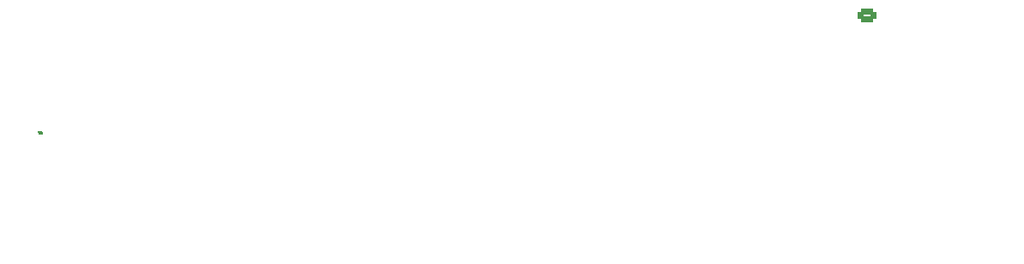
<source format=gbr>
%TF.GenerationSoftware,KiCad,Pcbnew,7.0.9*%
%TF.CreationDate,2023-12-20T17:27:25-07:00*%
%TF.ProjectId,nes_controller_pcb,6e65735f-636f-46e7-9472-6f6c6c65725f,4a*%
%TF.SameCoordinates,Original*%
%TF.FileFunction,Legend,Top*%
%TF.FilePolarity,Positive*%
%FSLAX46Y46*%
G04 Gerber Fmt 4.6, Leading zero omitted, Abs format (unit mm)*
G04 Created by KiCad (PCBNEW 7.0.9) date 2023-12-20 17:27:25*
%MOMM*%
%LPD*%
G01*
G04 APERTURE LIST*
G04 Aperture macros list*
%AMRoundRect*
0 Rectangle with rounded corners*
0 $1 Rounding radius*
0 $2 $3 $4 $5 $6 $7 $8 $9 X,Y pos of 4 corners*
0 Add a 4 corners polygon primitive as box body*
4,1,4,$2,$3,$4,$5,$6,$7,$8,$9,$2,$3,0*
0 Add four circle primitives for the rounded corners*
1,1,$1+$1,$2,$3*
1,1,$1+$1,$4,$5*
1,1,$1+$1,$6,$7*
1,1,$1+$1,$8,$9*
0 Add four rect primitives between the rounded corners*
20,1,$1+$1,$2,$3,$4,$5,0*
20,1,$1+$1,$4,$5,$6,$7,0*
20,1,$1+$1,$6,$7,$8,$9,0*
20,1,$1+$1,$8,$9,$2,$3,0*%
%AMFreePoly0*
4,1,142,1.313367,2.648542,1.321935,2.645906,1.330902,2.645906,1.360764,2.636202,1.366113,2.632314,1.372436,2.630370,1.398126,2.612315,1.403507,2.605146,1.410760,2.599878,1.429217,2.574474,1.431260,2.568181,1.435231,2.562895,1.445403,2.533187,1.445543,2.524222,1.448313,2.515699,1.450800,2.500000,1.450800,-2.500000,1.448313,-2.515699,1.445543,-2.524222,1.445403,-2.533187,
1.435231,-2.562895,1.431260,-2.568181,1.429217,-2.574474,1.410760,-2.599878,1.403507,-2.605146,1.398126,-2.612315,1.372436,-2.630370,1.366113,-2.632314,1.360764,-2.636202,1.330902,-2.645906,1.321935,-2.645906,1.313367,-2.648542,1.297633,-2.650782,1.140502,-2.648315,1.132289,-2.646881,1.123969,-2.647143,0.812184,-2.607756,0.803050,-2.605102,0.793582,-2.604208,0.489192,-2.526054,
0.480466,-2.522278,0.471181,-2.520203,0.178986,-2.404515,0.170798,-2.399672,0.161850,-2.396451,-0.113539,-2.245054,-0.121053,-2.239224,-0.129529,-2.234906,-0.383773,-2.050187,-0.390501,-2.043458,-0.398364,-2.038116,-0.627453,-1.822989,-0.633284,-1.815470,-0.640417,-1.809183,-0.771443,-1.650800,-2.400000,-1.650800,-2.401553,-1.650553,-2.403114,-1.650768,-2.527194,-1.648206,-2.537963,-1.646271,
-2.548901,-1.646181,-2.793679,-1.605335,-2.805516,-1.601379,-2.817824,-1.599222,-3.052541,-1.518644,-3.063573,-1.512789,-3.075349,-1.508638,-3.293601,-1.390526,-3.303516,-1.382939,-3.314451,-1.376904,-3.510286,-1.224479,-3.518813,-1.215367,-3.528610,-1.207612,-3.696686,-1.025032,-3.703600,-1.014637,-3.711984,-1.005378,-3.847716,-0.797625,-3.852828,-0.786226,-3.859569,-0.775721,-3.959255,-0.548460,
-3.962418,-0.536385,-3.967343,-0.524904,-4.028263,-0.284334,-4.029396,-0.271894,-4.032361,-0.259769,-4.052855,-0.012453,-4.051926,0.000000,-4.052855,0.012453,-4.032361,0.259769,-4.029396,0.271894,-4.028263,0.284334,-3.967343,0.524904,-3.962418,0.536385,-3.959255,0.548460,-3.859569,0.775721,-3.852828,0.786226,-3.847716,0.797625,-3.711984,1.005378,-3.703600,1.014637,-3.696686,1.025032,
-3.528610,1.207612,-3.518813,1.215367,-3.510286,1.224479,-3.314451,1.376904,-3.303516,1.382939,-3.293601,1.390526,-3.075349,1.508638,-3.063573,1.512789,-3.052541,1.518644,-2.817824,1.599222,-2.805516,1.601379,-2.793679,1.605335,-2.548901,1.646181,-2.537963,1.646271,-2.527194,1.648206,-2.403114,1.650768,-2.401553,1.650553,-2.400000,1.650800,-0.771443,1.650800,-0.640417,1.809183,
-0.633284,1.815470,-0.627453,1.822989,-0.398364,2.038116,-0.390501,2.043458,-0.383773,2.050187,-0.129529,2.234906,-0.121053,2.239224,-0.113539,2.245054,0.161850,2.396451,0.170798,2.399672,0.178986,2.404515,0.471181,2.520203,0.480466,2.522278,0.489192,2.526054,0.793582,2.604208,0.803050,2.605102,0.812184,2.607756,1.123969,2.647143,1.132289,2.646881,1.140502,2.648315,
1.297633,2.650782,1.313367,2.648542,1.313367,2.648542,$1*%
%AMFreePoly1*
4,1,142,-1.140503,2.648315,-1.132291,2.646881,-1.123969,2.647143,-0.812184,2.607756,-0.803050,2.605102,-0.793582,2.604208,-0.489192,2.526054,-0.480466,2.522278,-0.471181,2.520203,-0.178985,2.404515,-0.170795,2.399671,-0.161851,2.396451,0.113539,2.245054,0.121053,2.239225,0.129530,2.234907,0.383773,2.050187,0.390497,2.043461,0.398365,2.038116,0.627453,1.822989,0.633286,1.815467,
0.640416,1.809183,0.771442,1.650800,2.400000,1.650800,2.401553,1.650553,2.403113,1.650768,2.527194,1.648206,2.537963,1.646271,2.548901,1.646181,2.793680,1.605335,2.805518,1.601379,2.817824,1.599222,3.052541,1.518644,3.063573,1.512789,3.075349,1.508638,3.293601,1.390526,3.303516,1.382939,3.314451,1.376904,3.510287,1.224479,3.518822,1.215359,3.528610,1.207611,
3.696687,1.025032,3.703604,1.014632,3.711984,1.005378,3.847715,0.797625,3.852824,0.786232,3.859569,0.775721,3.959255,0.548460,3.962419,0.536380,3.967343,0.524903,4.028263,0.284334,4.029396,0.271894,4.032361,0.259768,4.052855,0.012453,4.051926,0.000000,4.052855,-0.012453,4.032361,-0.259768,4.029396,-0.271894,4.028263,-0.284334,3.967343,-0.524903,3.962419,-0.536380,
3.959255,-0.548460,3.859569,-0.775721,3.852824,-0.786232,3.847715,-0.797625,3.711984,-1.005378,3.703604,-1.014632,3.696687,-1.025032,3.528610,-1.207611,3.518822,-1.215359,3.510287,-1.224479,3.314451,-1.376904,3.303516,-1.382939,3.293601,-1.390526,3.075349,-1.508638,3.063573,-1.512789,3.052541,-1.518644,2.817824,-1.599222,2.805518,-1.601379,2.793680,-1.605335,2.548901,-1.646181,
2.537963,-1.646271,2.527194,-1.648206,2.403113,-1.650768,2.401553,-1.650553,2.400000,-1.650800,0.771442,-1.650800,0.640416,-1.809183,0.633286,-1.815467,0.627453,-1.822989,0.398365,-2.038116,0.390497,-2.043461,0.383773,-2.050187,0.129530,-2.234907,0.121053,-2.239225,0.113539,-2.245054,-0.161851,-2.396451,-0.170795,-2.399671,-0.178985,-2.404515,-0.471181,-2.520203,-0.480466,-2.522278,
-0.489192,-2.526054,-0.793582,-2.604208,-0.803050,-2.605102,-0.812184,-2.607756,-1.123969,-2.647143,-1.132291,-2.646881,-1.140503,-2.648315,-1.297633,-2.650782,-1.313367,-2.648542,-1.321935,-2.645906,-1.330902,-2.645906,-1.360762,-2.636204,-1.366115,-2.632314,-1.372439,-2.630369,-1.398128,-2.612314,-1.403509,-2.605145,-1.410760,-2.599878,-1.429216,-2.574475,-1.431260,-2.568182,-1.435232,-2.562893,
-1.445403,-2.533187,-1.445543,-2.524222,-1.448313,-2.515699,-1.450800,-2.500000,-1.450800,2.500000,-1.448313,2.515699,-1.445543,2.524222,-1.445403,2.533187,-1.435232,2.562893,-1.431260,2.568182,-1.429216,2.574475,-1.410760,2.599878,-1.403509,2.605145,-1.398128,2.612314,-1.372439,2.630369,-1.366115,2.632314,-1.360762,2.636204,-1.330902,2.645906,-1.321935,2.645906,-1.313367,2.648542,
-1.297633,2.650782,-1.140503,2.648315,-1.140503,2.648315,$1*%
G04 Aperture macros list end*
%ADD10C,0.300000*%
%ADD11C,0.150000*%
%ADD12C,0.010000*%
%ADD13FreePoly0,0.000000*%
%ADD14FreePoly1,0.000000*%
%ADD15RoundRect,0.050800X0.146720X0.153210X-0.153210X0.146720X-0.146720X-0.153210X0.153210X-0.146720X0*%
%ADD16RoundRect,0.050800X0.163088X0.135655X-0.135655X0.163088X-0.163088X-0.135655X0.135655X-0.163088X0*%
%ADD17RoundRect,0.050800X0.128473X0.168803X-0.168803X0.128473X-0.128473X-0.168803X0.168803X-0.128473X0*%
%ADD18RoundRect,0.050800X0.177369X0.116363X-0.116363X0.177369X-0.177369X-0.116363X0.116363X-0.177369X0*%
%ADD19RoundRect,0.050800X0.108582X0.182236X-0.182236X0.108582X-0.108582X-0.182236X0.182236X-0.108582X0*%
%ADD20RoundRect,0.050800X0.189378X0.095582X-0.095582X0.189378X-0.189378X-0.095582X0.095582X-0.189378X0*%
%ADD21RoundRect,0.050800X0.087300X0.193336X-0.193336X0.087300X-0.087300X-0.193336X0.193336X-0.087300X0*%
%ADD22RoundRect,0.050800X0.198964X0.073576X-0.073576X0.198964X-0.198964X-0.073576X0.073576X-0.198964X0*%
%ADD23RoundRect,0.050800X0.064901X0.201960X-0.201960X0.064901X-0.064901X-0.201960X0.201960X-0.064901X0*%
%ADD24RoundRect,0.050800X0.206002X0.050629X-0.050629X0.206002X-0.206002X-0.050629X0.050629X-0.206002X0*%
%ADD25RoundRect,0.050800X0.041671X0.207999X-0.207999X0.041671X-0.041671X-0.207999X0.207999X-0.041671X0*%
%ADD26RoundRect,0.050800X0.210402X0.027034X-0.027034X0.210402X-0.210402X-0.027034X0.027034X-0.210402X0*%
%ADD27RoundRect,0.050800X0.017908X0.211375X-0.211375X0.017908X-0.017908X-0.211375X0.211375X-0.017908X0*%
%ADD28RoundRect,0.050800X0.212109X0.003093X-0.003093X0.212109X-0.212109X-0.003093X0.003093X-0.212109X0*%
%ADD29RoundRect,0.050800X-0.006085X0.212045X-0.212045X-0.006085X0.006085X-0.212045X0.212045X0.006085X0*%
%ADD30RoundRect,0.050800X0.211101X-0.020888X0.020888X0.211101X-0.211101X0.020888X-0.020888X-0.211101X0*%
%ADD31RoundRect,0.050800X-0.030000X0.210000X-0.210000X-0.030000X0.030000X-0.210000X0.210000X0.030000X0*%
%ADD32RoundRect,0.050800X0.207390X-0.044602X0.044602X0.207390X-0.207390X0.044602X-0.044602X-0.207390X0*%
%ADD33RoundRect,0.050800X0.203246X-0.060754X0.060754X0.203246X-0.203246X0.060754X-0.060754X-0.203246X0*%
%ADD34O,1.289034X0.401600*%
%ADD35O,3.479009X0.401600*%
%ADD36O,4.069223X0.401600*%
%ADD37O,4.608059X0.401600*%
%ADD38O,4.535632X0.401600*%
%ADD39O,4.270727X0.401600*%
%ADD40O,3.039444X0.401600*%
%ADD41O,1.601600X0.401600*%
%ADD42RoundRect,0.050800X0.060754X-0.203246X0.203246X0.060754X-0.060754X0.203246X-0.203246X-0.060754X0*%
%ADD43RoundRect,0.050800X0.037405X-0.208808X0.208808X0.037405X-0.037405X0.208808X-0.208808X-0.037405X0*%
%ADD44RoundRect,0.050800X-0.210000X0.030000X-0.030000X-0.210000X0.210000X-0.030000X0.030000X0.210000X0*%
%ADD45RoundRect,0.050800X0.013578X-0.211697X0.211697X0.013578X-0.013578X0.211697X-0.211697X-0.013578X0*%
%ADD46RoundRect,0.050800X-0.211708X0.013412X-0.013412X-0.211708X0.211708X-0.013412X0.013412X0.211708X0*%
%ADD47RoundRect,0.050800X-0.010424X-0.211876X0.211876X-0.010424X0.010424X0.211876X-0.211876X0.010424X0*%
%ADD48RoundRect,0.050800X-0.211868X-0.010589X0.010589X-0.211868X0.211868X0.010589X-0.010589X0.211868X0*%
%ADD49RoundRect,0.050800X-0.034292X-0.209342X0.209342X-0.034292X0.034292X0.209342X-0.209342X0.034292X0*%
%ADD50RoundRect,0.050800X-0.209315X-0.034455X0.034455X-0.209315X0.209315X0.034455X-0.034455X0.209315X0*%
%ADD51RoundRect,0.050800X-0.057721X-0.204128X0.204128X-0.057721X0.057721X0.204128X-0.204128X0.057721X0*%
%ADD52RoundRect,0.050800X-0.204083X-0.057880X0.057880X-0.204083X0.204083X0.057880X-0.057880X0.204083X0*%
%ADD53RoundRect,0.050800X-0.080411X-0.196301X0.196301X-0.080411X0.080411X0.196301X-0.196301X0.080411X0*%
%ADD54RoundRect,0.050800X-0.196238X-0.080564X0.080564X-0.196238X0.196238X0.080564X-0.080564X0.196238X0*%
%ADD55RoundRect,0.050800X-0.102072X-0.185961X0.185961X-0.102072X0.102072X0.185961X-0.185961X0.102072X0*%
%ADD56RoundRect,0.050800X-0.185881X-0.102217X0.102217X-0.185881X0.185881X0.102217X-0.102217X0.185881X0*%
%ADD57RoundRect,0.050800X-0.122425X-0.173240X0.173240X-0.122425X0.122425X0.173240X-0.173240X0.122425X0*%
%ADD58RoundRect,0.050800X-0.173144X-0.122561X0.122561X-0.173144X0.173144X0.122561X-0.122561X0.173144X0*%
%ADD59RoundRect,0.050800X-0.141212X-0.158301X0.158301X-0.141212X0.141212X0.158301X-0.158301X0.141212X0*%
%ADD60RoundRect,0.050800X-0.158191X-0.141336X0.141336X-0.158191X0.158191X0.141336X-0.141336X0.158191X0*%
%ADD61FreePoly0,90.000000*%
%ADD62FreePoly1,90.000000*%
%ADD63RoundRect,0.300800X0.625000X-0.350000X0.625000X0.350000X-0.625000X0.350000X-0.625000X-0.350000X0*%
%ADD64O,1.851600X1.301600*%
G04 APERTURE END LIST*
D10*
%TO.C,SW4*%
X160000000Y-129100000D02*
X160000000Y-135900000D01*
%TO.C,SW5*%
X144000000Y-129100000D02*
X144000000Y-135900000D01*
%TO.C,SW3*%
X116375000Y-114225000D02*
X116375000Y-121025000D01*
D11*
%TO.C,SW11*%
X200300000Y-132500000D02*
G75*
G03*
X200300000Y-132500000I-2800000J0D01*
G01*
D10*
%TO.C,SW2*%
X116375000Y-131975000D02*
X116375000Y-138775000D01*
%TO.C,SW1*%
X104225000Y-126625000D02*
X111025000Y-126625000D01*
D11*
%TO.C,SW7*%
X184550000Y-132500000D02*
G75*
G03*
X184550000Y-132500000I-2800000J0D01*
G01*
D10*
%TO.C,SW0*%
X121975000Y-126625000D02*
X128775000Y-126625000D01*
%TD*%
%LPC*%
%TO.C,Ref\u002A\u002A*%
D12*
X195313155Y-109659981D02*
X195349383Y-109688304D01*
X195368446Y-109714893D01*
X195407247Y-109773922D01*
X195463497Y-109861684D01*
X195534905Y-109974468D01*
X195619181Y-110108566D01*
X195714036Y-110260267D01*
X195817180Y-110425863D01*
X195926322Y-110601644D01*
X196039174Y-110783900D01*
X196153444Y-110968923D01*
X196266843Y-111153003D01*
X196377082Y-111332431D01*
X196481869Y-111503497D01*
X196578916Y-111662492D01*
X196665932Y-111805707D01*
X196740628Y-111929432D01*
X196800713Y-112029958D01*
X196843897Y-112103575D01*
X196867891Y-112146575D01*
X196871262Y-112153541D01*
X196894206Y-112214940D01*
X196896075Y-112254835D01*
X196875492Y-112289193D01*
X196857960Y-112307679D01*
X196849144Y-112315634D01*
X196837779Y-112322523D01*
X196820952Y-112328421D01*
X196795749Y-112333404D01*
X196759256Y-112337546D01*
X196708561Y-112340924D01*
X196640748Y-112343612D01*
X196552906Y-112345686D01*
X196442120Y-112347221D01*
X196305477Y-112348292D01*
X196140063Y-112348974D01*
X195942964Y-112349343D01*
X195711268Y-112349474D01*
X195442061Y-112349442D01*
X195244002Y-112349369D01*
X194907735Y-112348936D01*
X194609543Y-112347933D01*
X194349980Y-112346367D01*
X194129598Y-112344246D01*
X193948952Y-112341579D01*
X193808596Y-112338371D01*
X193709083Y-112334632D01*
X193650967Y-112330369D01*
X193635335Y-112327150D01*
X193605534Y-112285628D01*
X193598294Y-112229561D01*
X193601507Y-112208915D01*
X193612112Y-112178398D01*
X193631558Y-112135506D01*
X193661291Y-112077738D01*
X193702761Y-112002591D01*
X193757415Y-111907563D01*
X193826701Y-111790152D01*
X193912067Y-111647854D01*
X194014960Y-111478168D01*
X194136830Y-111278591D01*
X194279124Y-111046622D01*
X194341756Y-110944738D01*
X194469181Y-110737892D01*
X194590988Y-110540815D01*
X194705228Y-110356616D01*
X194809955Y-110188407D01*
X194903221Y-110039297D01*
X194983077Y-109912396D01*
X195047576Y-109810815D01*
X195094770Y-109737664D01*
X195122711Y-109696053D01*
X195128613Y-109688304D01*
X195192452Y-109647839D01*
X195238710Y-109640679D01*
X195313155Y-109659981D01*
G36*
X195313155Y-109659981D02*
G01*
X195349383Y-109688304D01*
X195368446Y-109714893D01*
X195407247Y-109773922D01*
X195463497Y-109861684D01*
X195534905Y-109974468D01*
X195619181Y-110108566D01*
X195714036Y-110260267D01*
X195817180Y-110425863D01*
X195926322Y-110601644D01*
X196039174Y-110783900D01*
X196153444Y-110968923D01*
X196266843Y-111153003D01*
X196377082Y-111332431D01*
X196481869Y-111503497D01*
X196578916Y-111662492D01*
X196665932Y-111805707D01*
X196740628Y-111929432D01*
X196800713Y-112029958D01*
X196843897Y-112103575D01*
X196867891Y-112146575D01*
X196871262Y-112153541D01*
X196894206Y-112214940D01*
X196896075Y-112254835D01*
X196875492Y-112289193D01*
X196857960Y-112307679D01*
X196849144Y-112315634D01*
X196837779Y-112322523D01*
X196820952Y-112328421D01*
X196795749Y-112333404D01*
X196759256Y-112337546D01*
X196708561Y-112340924D01*
X196640748Y-112343612D01*
X196552906Y-112345686D01*
X196442120Y-112347221D01*
X196305477Y-112348292D01*
X196140063Y-112348974D01*
X195942964Y-112349343D01*
X195711268Y-112349474D01*
X195442061Y-112349442D01*
X195244002Y-112349369D01*
X194907735Y-112348936D01*
X194609543Y-112347933D01*
X194349980Y-112346367D01*
X194129598Y-112344246D01*
X193948952Y-112341579D01*
X193808596Y-112338371D01*
X193709083Y-112334632D01*
X193650967Y-112330369D01*
X193635335Y-112327150D01*
X193605534Y-112285628D01*
X193598294Y-112229561D01*
X193601507Y-112208915D01*
X193612112Y-112178398D01*
X193631558Y-112135506D01*
X193661291Y-112077738D01*
X193702761Y-112002591D01*
X193757415Y-111907563D01*
X193826701Y-111790152D01*
X193912067Y-111647854D01*
X194014960Y-111478168D01*
X194136830Y-111278591D01*
X194279124Y-111046622D01*
X194341756Y-110944738D01*
X194469181Y-110737892D01*
X194590988Y-110540815D01*
X194705228Y-110356616D01*
X194809955Y-110188407D01*
X194903221Y-110039297D01*
X194983077Y-109912396D01*
X195047576Y-109810815D01*
X195094770Y-109737664D01*
X195122711Y-109696053D01*
X195128613Y-109688304D01*
X195192452Y-109647839D01*
X195238710Y-109640679D01*
X195313155Y-109659981D01*
G37*
X202880939Y-109661682D02*
X202905511Y-109681683D01*
X202923552Y-109707091D01*
X202961552Y-109765117D01*
X203017332Y-109852296D01*
X203088714Y-109965163D01*
X203173518Y-110100252D01*
X203269566Y-110254098D01*
X203374679Y-110423237D01*
X203486678Y-110604201D01*
X203546627Y-110701357D01*
X203710669Y-110967553D01*
X203853855Y-111200094D01*
X203977589Y-111401334D01*
X204083276Y-111573625D01*
X204172321Y-111719322D01*
X204246129Y-111840776D01*
X204306104Y-111940342D01*
X204353651Y-112020373D01*
X204390175Y-112083222D01*
X204417080Y-112131241D01*
X204435771Y-112166785D01*
X204447653Y-112192206D01*
X204454130Y-112209858D01*
X204456608Y-112222093D01*
X204456794Y-112226090D01*
X204442531Y-112269675D01*
X204414460Y-112307679D01*
X204405648Y-112315625D01*
X204394277Y-112322510D01*
X204377438Y-112328408D01*
X204352221Y-112333397D01*
X204315715Y-112337552D01*
X204265011Y-112340950D01*
X204197199Y-112343667D01*
X204109369Y-112345778D01*
X203998612Y-112347361D01*
X203862017Y-112348490D01*
X203696675Y-112349243D01*
X203499676Y-112349696D01*
X203268109Y-112349924D01*
X202999066Y-112350004D01*
X202796722Y-112350013D01*
X202498276Y-112349940D01*
X202239335Y-112349685D01*
X202017071Y-112349188D01*
X201828656Y-112348391D01*
X201671262Y-112347236D01*
X201542060Y-112345663D01*
X201438223Y-112343615D01*
X201356923Y-112341033D01*
X201295331Y-112337858D01*
X201250620Y-112334032D01*
X201219961Y-112329497D01*
X201200527Y-112324194D01*
X201189488Y-112318064D01*
X201188055Y-112316751D01*
X201173044Y-112300047D01*
X201162464Y-112281742D01*
X201157672Y-112259219D01*
X201160024Y-112229861D01*
X201170877Y-112191052D01*
X201191587Y-112140175D01*
X201223512Y-112074615D01*
X201268006Y-111991754D01*
X201326429Y-111888976D01*
X201400134Y-111763665D01*
X201490481Y-111613204D01*
X201598824Y-111434978D01*
X201726520Y-111226368D01*
X201874926Y-110984759D01*
X201898785Y-110945953D01*
X202026231Y-110738999D01*
X202148046Y-110541814D01*
X202262285Y-110357506D01*
X202367003Y-110189184D01*
X202460254Y-110039956D01*
X202540095Y-109912932D01*
X202604580Y-109811220D01*
X202651765Y-109737928D01*
X202679703Y-109696166D01*
X202685641Y-109688304D01*
X202744343Y-109650310D01*
X202815063Y-109641267D01*
X202880939Y-109661682D01*
G36*
X202880939Y-109661682D02*
G01*
X202905511Y-109681683D01*
X202923552Y-109707091D01*
X202961552Y-109765117D01*
X203017332Y-109852296D01*
X203088714Y-109965163D01*
X203173518Y-110100252D01*
X203269566Y-110254098D01*
X203374679Y-110423237D01*
X203486678Y-110604201D01*
X203546627Y-110701357D01*
X203710669Y-110967553D01*
X203853855Y-111200094D01*
X203977589Y-111401334D01*
X204083276Y-111573625D01*
X204172321Y-111719322D01*
X204246129Y-111840776D01*
X204306104Y-111940342D01*
X204353651Y-112020373D01*
X204390175Y-112083222D01*
X204417080Y-112131241D01*
X204435771Y-112166785D01*
X204447653Y-112192206D01*
X204454130Y-112209858D01*
X204456608Y-112222093D01*
X204456794Y-112226090D01*
X204442531Y-112269675D01*
X204414460Y-112307679D01*
X204405648Y-112315625D01*
X204394277Y-112322510D01*
X204377438Y-112328408D01*
X204352221Y-112333397D01*
X204315715Y-112337552D01*
X204265011Y-112340950D01*
X204197199Y-112343667D01*
X204109369Y-112345778D01*
X203998612Y-112347361D01*
X203862017Y-112348490D01*
X203696675Y-112349243D01*
X203499676Y-112349696D01*
X203268109Y-112349924D01*
X202999066Y-112350004D01*
X202796722Y-112350013D01*
X202498276Y-112349940D01*
X202239335Y-112349685D01*
X202017071Y-112349188D01*
X201828656Y-112348391D01*
X201671262Y-112347236D01*
X201542060Y-112345663D01*
X201438223Y-112343615D01*
X201356923Y-112341033D01*
X201295331Y-112337858D01*
X201250620Y-112334032D01*
X201219961Y-112329497D01*
X201200527Y-112324194D01*
X201189488Y-112318064D01*
X201188055Y-112316751D01*
X201173044Y-112300047D01*
X201162464Y-112281742D01*
X201157672Y-112259219D01*
X201160024Y-112229861D01*
X201170877Y-112191052D01*
X201191587Y-112140175D01*
X201223512Y-112074615D01*
X201268006Y-111991754D01*
X201326429Y-111888976D01*
X201400134Y-111763665D01*
X201490481Y-111613204D01*
X201598824Y-111434978D01*
X201726520Y-111226368D01*
X201874926Y-110984759D01*
X201898785Y-110945953D01*
X202026231Y-110738999D01*
X202148046Y-110541814D01*
X202262285Y-110357506D01*
X202367003Y-110189184D01*
X202460254Y-110039956D01*
X202540095Y-109912932D01*
X202604580Y-109811220D01*
X202651765Y-109737928D01*
X202679703Y-109696166D01*
X202685641Y-109688304D01*
X202744343Y-109650310D01*
X202815063Y-109641267D01*
X202880939Y-109661682D01*
G37*
X201049266Y-107280965D02*
X201152002Y-107282541D01*
X201226763Y-107286028D01*
X201280727Y-107292131D01*
X201321070Y-107301554D01*
X201354970Y-107315000D01*
X201377044Y-107326282D01*
X201444444Y-107369867D01*
X201505320Y-107420604D01*
X201516503Y-107432116D01*
X201538912Y-107462481D01*
X201580814Y-107524969D01*
X201639656Y-107615564D01*
X201712884Y-107730249D01*
X201797943Y-107865008D01*
X201892282Y-108015824D01*
X201993345Y-108178683D01*
X202061919Y-108289888D01*
X202191947Y-108502235D01*
X202300325Y-108681419D01*
X202388404Y-108829813D01*
X202457535Y-108949792D01*
X202509070Y-109043732D01*
X202544360Y-109114007D01*
X202564756Y-109162993D01*
X202570547Y-109183883D01*
X202578097Y-109309229D01*
X202556840Y-109429731D01*
X202531021Y-109492513D01*
X202505531Y-109537432D01*
X202461174Y-109612298D01*
X202400205Y-109713484D01*
X202324876Y-109837362D01*
X202237441Y-109980304D01*
X202140154Y-110138681D01*
X202035268Y-110308866D01*
X201925036Y-110487231D01*
X201811712Y-110670147D01*
X201697549Y-110853987D01*
X201584801Y-111035122D01*
X201475722Y-111209925D01*
X201372564Y-111374768D01*
X201277581Y-111526022D01*
X201193027Y-111660060D01*
X201121156Y-111773254D01*
X201064220Y-111861976D01*
X201024473Y-111922597D01*
X201004169Y-111951489D01*
X201002643Y-111953138D01*
X200936108Y-111986340D01*
X200865570Y-111978946D01*
X200809111Y-111942554D01*
X200788334Y-111915602D01*
X200747984Y-111856054D01*
X200690318Y-111767584D01*
X200617594Y-111653866D01*
X200532069Y-111518575D01*
X200436001Y-111365386D01*
X200331646Y-111197972D01*
X200221263Y-111020008D01*
X200107108Y-110835168D01*
X199991439Y-110647126D01*
X199876513Y-110459558D01*
X199764589Y-110276136D01*
X199657922Y-110100536D01*
X199558771Y-109936432D01*
X199469393Y-109787497D01*
X199392045Y-109657407D01*
X199328985Y-109549836D01*
X199282470Y-109468458D01*
X199254758Y-109416947D01*
X199247977Y-109401513D01*
X199230682Y-109268652D01*
X199255649Y-109136728D01*
X199257082Y-109132679D01*
X199274576Y-109097006D01*
X199311821Y-109030214D01*
X199365949Y-108936965D01*
X199434092Y-108821925D01*
X199513384Y-108689757D01*
X199600956Y-108545127D01*
X199693941Y-108392698D01*
X199789471Y-108237135D01*
X199884678Y-108083101D01*
X199976696Y-107935262D01*
X200062657Y-107798281D01*
X200139692Y-107676823D01*
X200204935Y-107575552D01*
X200255517Y-107499133D01*
X200288572Y-107452229D01*
X200295539Y-107443569D01*
X200355618Y-107387399D01*
X200427312Y-107336341D01*
X200443706Y-107326974D01*
X200477845Y-107310286D01*
X200513306Y-107298144D01*
X200557299Y-107289835D01*
X200617037Y-107284643D01*
X200699728Y-107281852D01*
X200812584Y-107280748D01*
X200911377Y-107280596D01*
X201049266Y-107280965D01*
G36*
X201049266Y-107280965D02*
G01*
X201152002Y-107282541D01*
X201226763Y-107286028D01*
X201280727Y-107292131D01*
X201321070Y-107301554D01*
X201354970Y-107315000D01*
X201377044Y-107326282D01*
X201444444Y-107369867D01*
X201505320Y-107420604D01*
X201516503Y-107432116D01*
X201538912Y-107462481D01*
X201580814Y-107524969D01*
X201639656Y-107615564D01*
X201712884Y-107730249D01*
X201797943Y-107865008D01*
X201892282Y-108015824D01*
X201993345Y-108178683D01*
X202061919Y-108289888D01*
X202191947Y-108502235D01*
X202300325Y-108681419D01*
X202388404Y-108829813D01*
X202457535Y-108949792D01*
X202509070Y-109043732D01*
X202544360Y-109114007D01*
X202564756Y-109162993D01*
X202570547Y-109183883D01*
X202578097Y-109309229D01*
X202556840Y-109429731D01*
X202531021Y-109492513D01*
X202505531Y-109537432D01*
X202461174Y-109612298D01*
X202400205Y-109713484D01*
X202324876Y-109837362D01*
X202237441Y-109980304D01*
X202140154Y-110138681D01*
X202035268Y-110308866D01*
X201925036Y-110487231D01*
X201811712Y-110670147D01*
X201697549Y-110853987D01*
X201584801Y-111035122D01*
X201475722Y-111209925D01*
X201372564Y-111374768D01*
X201277581Y-111526022D01*
X201193027Y-111660060D01*
X201121156Y-111773254D01*
X201064220Y-111861976D01*
X201024473Y-111922597D01*
X201004169Y-111951489D01*
X201002643Y-111953138D01*
X200936108Y-111986340D01*
X200865570Y-111978946D01*
X200809111Y-111942554D01*
X200788334Y-111915602D01*
X200747984Y-111856054D01*
X200690318Y-111767584D01*
X200617594Y-111653866D01*
X200532069Y-111518575D01*
X200436001Y-111365386D01*
X200331646Y-111197972D01*
X200221263Y-111020008D01*
X200107108Y-110835168D01*
X199991439Y-110647126D01*
X199876513Y-110459558D01*
X199764589Y-110276136D01*
X199657922Y-110100536D01*
X199558771Y-109936432D01*
X199469393Y-109787497D01*
X199392045Y-109657407D01*
X199328985Y-109549836D01*
X199282470Y-109468458D01*
X199254758Y-109416947D01*
X199247977Y-109401513D01*
X199230682Y-109268652D01*
X199255649Y-109136728D01*
X199257082Y-109132679D01*
X199274576Y-109097006D01*
X199311821Y-109030214D01*
X199365949Y-108936965D01*
X199434092Y-108821925D01*
X199513384Y-108689757D01*
X199600956Y-108545127D01*
X199693941Y-108392698D01*
X199789471Y-108237135D01*
X199884678Y-108083101D01*
X199976696Y-107935262D01*
X200062657Y-107798281D01*
X200139692Y-107676823D01*
X200204935Y-107575552D01*
X200255517Y-107499133D01*
X200288572Y-107452229D01*
X200295539Y-107443569D01*
X200355618Y-107387399D01*
X200427312Y-107336341D01*
X200443706Y-107326974D01*
X200477845Y-107310286D01*
X200513306Y-107298144D01*
X200557299Y-107289835D01*
X200617037Y-107284643D01*
X200699728Y-107281852D01*
X200812584Y-107280748D01*
X200911377Y-107280596D01*
X201049266Y-107280965D01*
G37*
X197339083Y-107271332D02*
X197423339Y-107276608D01*
X197496742Y-107289042D01*
X197562626Y-107311460D01*
X197624325Y-107346689D01*
X197685173Y-107397557D01*
X197748503Y-107466889D01*
X197817650Y-107557514D01*
X197895947Y-107672258D01*
X197986727Y-107813949D01*
X198093326Y-107985413D01*
X198219077Y-108189477D01*
X198231342Y-108209367D01*
X198508478Y-108658737D01*
X198764186Y-109073482D01*
X198999301Y-109454983D01*
X199214662Y-109804620D01*
X199411106Y-110123772D01*
X199589471Y-110413819D01*
X199750593Y-110676142D01*
X199895311Y-110912120D01*
X200024462Y-111123133D01*
X200138883Y-111310561D01*
X200239412Y-111475785D01*
X200326886Y-111620183D01*
X200402143Y-111745137D01*
X200466020Y-111852025D01*
X200519354Y-111942228D01*
X200562983Y-112017126D01*
X200597744Y-112078099D01*
X200624475Y-112126526D01*
X200644014Y-112163788D01*
X200657197Y-112191264D01*
X200664862Y-112210335D01*
X200667847Y-112222380D01*
X200667960Y-112224433D01*
X200668248Y-112247443D01*
X200667274Y-112267459D01*
X200662286Y-112284690D01*
X200650529Y-112299342D01*
X200629250Y-112311622D01*
X200595695Y-112321739D01*
X200547111Y-112329900D01*
X200480742Y-112336312D01*
X200393836Y-112341183D01*
X200283639Y-112344719D01*
X200147397Y-112347129D01*
X199982356Y-112348620D01*
X199785762Y-112349399D01*
X199554862Y-112349673D01*
X199286902Y-112349651D01*
X199006959Y-112349548D01*
X198711875Y-112349433D01*
X198456108Y-112349224D01*
X198236639Y-112348842D01*
X198050451Y-112348207D01*
X197894527Y-112347239D01*
X197765849Y-112345861D01*
X197661400Y-112343991D01*
X197578163Y-112341553D01*
X197513119Y-112338465D01*
X197463253Y-112334648D01*
X197425546Y-112330025D01*
X197396980Y-112324514D01*
X197374539Y-112318038D01*
X197355206Y-112310516D01*
X197344794Y-112305901D01*
X197276687Y-112270121D01*
X197217513Y-112230954D01*
X197201029Y-112217173D01*
X197182328Y-112192138D01*
X197143353Y-112133904D01*
X197085934Y-112045376D01*
X197011903Y-111929458D01*
X196923088Y-111789055D01*
X196821321Y-111627072D01*
X196708433Y-111446415D01*
X196586253Y-111249987D01*
X196456612Y-111040694D01*
X196321340Y-110821441D01*
X196312505Y-110807092D01*
X195472497Y-109442557D01*
X195464522Y-109301418D01*
X195463684Y-109204128D01*
X195475561Y-109132945D01*
X195493771Y-109088271D01*
X195512546Y-109055334D01*
X195551074Y-108990477D01*
X195606864Y-108897801D01*
X195677427Y-108781404D01*
X195760274Y-108645388D01*
X195852915Y-108493851D01*
X195952860Y-108330894D01*
X196016487Y-108227412D01*
X196156825Y-108000790D01*
X196276646Y-107810348D01*
X196376357Y-107655467D01*
X196456369Y-107535530D01*
X196517089Y-107449916D01*
X196558927Y-107398007D01*
X196574093Y-107383558D01*
X196633177Y-107342939D01*
X196693503Y-107313257D01*
X196763114Y-107292868D01*
X196850054Y-107280126D01*
X196962367Y-107273386D01*
X197108095Y-107271003D01*
X197124677Y-107270942D01*
X197240640Y-107270385D01*
X197339083Y-107271332D01*
G36*
X197339083Y-107271332D02*
G01*
X197423339Y-107276608D01*
X197496742Y-107289042D01*
X197562626Y-107311460D01*
X197624325Y-107346689D01*
X197685173Y-107397557D01*
X197748503Y-107466889D01*
X197817650Y-107557514D01*
X197895947Y-107672258D01*
X197986727Y-107813949D01*
X198093326Y-107985413D01*
X198219077Y-108189477D01*
X198231342Y-108209367D01*
X198508478Y-108658737D01*
X198764186Y-109073482D01*
X198999301Y-109454983D01*
X199214662Y-109804620D01*
X199411106Y-110123772D01*
X199589471Y-110413819D01*
X199750593Y-110676142D01*
X199895311Y-110912120D01*
X200024462Y-111123133D01*
X200138883Y-111310561D01*
X200239412Y-111475785D01*
X200326886Y-111620183D01*
X200402143Y-111745137D01*
X200466020Y-111852025D01*
X200519354Y-111942228D01*
X200562983Y-112017126D01*
X200597744Y-112078099D01*
X200624475Y-112126526D01*
X200644014Y-112163788D01*
X200657197Y-112191264D01*
X200664862Y-112210335D01*
X200667847Y-112222380D01*
X200667960Y-112224433D01*
X200668248Y-112247443D01*
X200667274Y-112267459D01*
X200662286Y-112284690D01*
X200650529Y-112299342D01*
X200629250Y-112311622D01*
X200595695Y-112321739D01*
X200547111Y-112329900D01*
X200480742Y-112336312D01*
X200393836Y-112341183D01*
X200283639Y-112344719D01*
X200147397Y-112347129D01*
X199982356Y-112348620D01*
X199785762Y-112349399D01*
X199554862Y-112349673D01*
X199286902Y-112349651D01*
X199006959Y-112349548D01*
X198711875Y-112349433D01*
X198456108Y-112349224D01*
X198236639Y-112348842D01*
X198050451Y-112348207D01*
X197894527Y-112347239D01*
X197765849Y-112345861D01*
X197661400Y-112343991D01*
X197578163Y-112341553D01*
X197513119Y-112338465D01*
X197463253Y-112334648D01*
X197425546Y-112330025D01*
X197396980Y-112324514D01*
X197374539Y-112318038D01*
X197355206Y-112310516D01*
X197344794Y-112305901D01*
X197276687Y-112270121D01*
X197217513Y-112230954D01*
X197201029Y-112217173D01*
X197182328Y-112192138D01*
X197143353Y-112133904D01*
X197085934Y-112045376D01*
X197011903Y-111929458D01*
X196923088Y-111789055D01*
X196821321Y-111627072D01*
X196708433Y-111446415D01*
X196586253Y-111249987D01*
X196456612Y-111040694D01*
X196321340Y-110821441D01*
X196312505Y-110807092D01*
X195472497Y-109442557D01*
X195464522Y-109301418D01*
X195463684Y-109204128D01*
X195475561Y-109132945D01*
X195493771Y-109088271D01*
X195512546Y-109055334D01*
X195551074Y-108990477D01*
X195606864Y-108897801D01*
X195677427Y-108781404D01*
X195760274Y-108645388D01*
X195852915Y-108493851D01*
X195952860Y-108330894D01*
X196016487Y-108227412D01*
X196156825Y-108000790D01*
X196276646Y-107810348D01*
X196376357Y-107655467D01*
X196456369Y-107535530D01*
X196517089Y-107449916D01*
X196558927Y-107398007D01*
X196574093Y-107383558D01*
X196633177Y-107342939D01*
X196693503Y-107313257D01*
X196763114Y-107292868D01*
X196850054Y-107280126D01*
X196962367Y-107273386D01*
X197108095Y-107271003D01*
X197124677Y-107270942D01*
X197240640Y-107270385D01*
X197339083Y-107271332D01*
G37*
X203452316Y-107270013D02*
X203755896Y-107270017D01*
X204020137Y-107270168D01*
X204248034Y-107270667D01*
X204442582Y-107271718D01*
X204606773Y-107273525D01*
X204743605Y-107276291D01*
X204856070Y-107280219D01*
X204947163Y-107285512D01*
X205019879Y-107292374D01*
X205077212Y-107301009D01*
X205122157Y-107311619D01*
X205157708Y-107324408D01*
X205186860Y-107339580D01*
X205212607Y-107357337D01*
X205237943Y-107377884D01*
X205255150Y-107392442D01*
X205276358Y-107419055D01*
X205318726Y-107480545D01*
X205381431Y-107575607D01*
X205463652Y-107702938D01*
X205564570Y-107861233D01*
X205683361Y-108049190D01*
X205819207Y-108265503D01*
X205971285Y-108508869D01*
X206138775Y-108777985D01*
X206320855Y-109071546D01*
X206516704Y-109388249D01*
X206725502Y-109726789D01*
X206744169Y-109757096D01*
X206920513Y-110043497D01*
X207091011Y-110320540D01*
X207254314Y-110586023D01*
X207409069Y-110837743D01*
X207553925Y-111073496D01*
X207687530Y-111291080D01*
X207808533Y-111488293D01*
X207915582Y-111662930D01*
X208007326Y-111812790D01*
X208082413Y-111935669D01*
X208139491Y-112029365D01*
X208177210Y-112091675D01*
X208194218Y-112120396D01*
X208194771Y-112121420D01*
X208221706Y-112203699D01*
X208213944Y-112274394D01*
X208185752Y-112314982D01*
X208175703Y-112321596D01*
X208159283Y-112327327D01*
X208133623Y-112332237D01*
X208095857Y-112336389D01*
X208043117Y-112339844D01*
X207972536Y-112342663D01*
X207881247Y-112344909D01*
X207766383Y-112346644D01*
X207625075Y-112347929D01*
X207454457Y-112348826D01*
X207251662Y-112349398D01*
X207013821Y-112349705D01*
X206738069Y-112349811D01*
X206571793Y-112349806D01*
X204996544Y-112349599D01*
X204890710Y-112299690D01*
X204821456Y-112261642D01*
X204762159Y-112219931D01*
X204740040Y-112199355D01*
X204723585Y-112175385D01*
X204686326Y-112117524D01*
X204629616Y-112027953D01*
X204554811Y-111908851D01*
X204463265Y-111762399D01*
X204356333Y-111590776D01*
X204235369Y-111396162D01*
X204101728Y-111180737D01*
X203956764Y-110946681D01*
X203801833Y-110696175D01*
X203638289Y-110431397D01*
X203467487Y-110154528D01*
X203290781Y-109867748D01*
X203253081Y-109806520D01*
X203029898Y-109443744D01*
X202828351Y-109115563D01*
X202647656Y-108820664D01*
X202487024Y-108557735D01*
X202345671Y-108325463D01*
X202222810Y-108122538D01*
X202117653Y-107947646D01*
X202029416Y-107799475D01*
X201957312Y-107676713D01*
X201900553Y-107578048D01*
X201858355Y-107502168D01*
X201829930Y-107447759D01*
X201814492Y-107413511D01*
X201810960Y-107400012D01*
X201810607Y-107376062D01*
X201811395Y-107355245D01*
X201816092Y-107337343D01*
X201827469Y-107322135D01*
X201848293Y-107309403D01*
X201881335Y-107298927D01*
X201929363Y-107290488D01*
X201995147Y-107283867D01*
X202081455Y-107278844D01*
X202191058Y-107275200D01*
X202326724Y-107272715D01*
X202491222Y-107271171D01*
X202687322Y-107270348D01*
X202917793Y-107270027D01*
X203185403Y-107269988D01*
X203452316Y-107270013D01*
G36*
X203452316Y-107270013D02*
G01*
X203755896Y-107270017D01*
X204020137Y-107270168D01*
X204248034Y-107270667D01*
X204442582Y-107271718D01*
X204606773Y-107273525D01*
X204743605Y-107276291D01*
X204856070Y-107280219D01*
X204947163Y-107285512D01*
X205019879Y-107292374D01*
X205077212Y-107301009D01*
X205122157Y-107311619D01*
X205157708Y-107324408D01*
X205186860Y-107339580D01*
X205212607Y-107357337D01*
X205237943Y-107377884D01*
X205255150Y-107392442D01*
X205276358Y-107419055D01*
X205318726Y-107480545D01*
X205381431Y-107575607D01*
X205463652Y-107702938D01*
X205564570Y-107861233D01*
X205683361Y-108049190D01*
X205819207Y-108265503D01*
X205971285Y-108508869D01*
X206138775Y-108777985D01*
X206320855Y-109071546D01*
X206516704Y-109388249D01*
X206725502Y-109726789D01*
X206744169Y-109757096D01*
X206920513Y-110043497D01*
X207091011Y-110320540D01*
X207254314Y-110586023D01*
X207409069Y-110837743D01*
X207553925Y-111073496D01*
X207687530Y-111291080D01*
X207808533Y-111488293D01*
X207915582Y-111662930D01*
X208007326Y-111812790D01*
X208082413Y-111935669D01*
X208139491Y-112029365D01*
X208177210Y-112091675D01*
X208194218Y-112120396D01*
X208194771Y-112121420D01*
X208221706Y-112203699D01*
X208213944Y-112274394D01*
X208185752Y-112314982D01*
X208175703Y-112321596D01*
X208159283Y-112327327D01*
X208133623Y-112332237D01*
X208095857Y-112336389D01*
X208043117Y-112339844D01*
X207972536Y-112342663D01*
X207881247Y-112344909D01*
X207766383Y-112346644D01*
X207625075Y-112347929D01*
X207454457Y-112348826D01*
X207251662Y-112349398D01*
X207013821Y-112349705D01*
X206738069Y-112349811D01*
X206571793Y-112349806D01*
X204996544Y-112349599D01*
X204890710Y-112299690D01*
X204821456Y-112261642D01*
X204762159Y-112219931D01*
X204740040Y-112199355D01*
X204723585Y-112175385D01*
X204686326Y-112117524D01*
X204629616Y-112027953D01*
X204554811Y-111908851D01*
X204463265Y-111762399D01*
X204356333Y-111590776D01*
X204235369Y-111396162D01*
X204101728Y-111180737D01*
X203956764Y-110946681D01*
X203801833Y-110696175D01*
X203638289Y-110431397D01*
X203467487Y-110154528D01*
X203290781Y-109867748D01*
X203253081Y-109806520D01*
X203029898Y-109443744D01*
X202828351Y-109115563D01*
X202647656Y-108820664D01*
X202487024Y-108557735D01*
X202345671Y-108325463D01*
X202222810Y-108122538D01*
X202117653Y-107947646D01*
X202029416Y-107799475D01*
X201957312Y-107676713D01*
X201900553Y-107578048D01*
X201858355Y-107502168D01*
X201829930Y-107447759D01*
X201814492Y-107413511D01*
X201810960Y-107400012D01*
X201810607Y-107376062D01*
X201811395Y-107355245D01*
X201816092Y-107337343D01*
X201827469Y-107322135D01*
X201848293Y-107309403D01*
X201881335Y-107298927D01*
X201929363Y-107290488D01*
X201995147Y-107283867D01*
X202081455Y-107278844D01*
X202191058Y-107275200D01*
X202326724Y-107272715D01*
X202491222Y-107271171D01*
X202687322Y-107270348D01*
X202917793Y-107270027D01*
X203185403Y-107269988D01*
X203452316Y-107270013D01*
G37*
X201447316Y-116149000D02*
X202865483Y-116149000D01*
X202865483Y-116868667D01*
X200748816Y-116868667D01*
X200748816Y-113333834D01*
X201447316Y-113333834D01*
X201447316Y-116149000D01*
G36*
X201447316Y-116149000D02*
G01*
X202865483Y-116149000D01*
X202865483Y-116868667D01*
X200748816Y-116868667D01*
X200748816Y-113333834D01*
X201447316Y-113333834D01*
X201447316Y-116149000D01*
G37*
X200441900Y-113344417D02*
X200441900Y-114042917D01*
X199076650Y-114054087D01*
X199076650Y-114752000D01*
X200219650Y-114752000D01*
X200219650Y-115450500D01*
X199076650Y-115450500D01*
X199076650Y-116868667D01*
X198378150Y-116868667D01*
X198378150Y-113333431D01*
X200441900Y-113344417D01*
G36*
X200441900Y-113344417D02*
G01*
X200441900Y-114042917D01*
X199076650Y-114054087D01*
X199076650Y-114752000D01*
X200219650Y-114752000D01*
X200219650Y-115450500D01*
X199076650Y-115450500D01*
X199076650Y-116868667D01*
X198378150Y-116868667D01*
X198378150Y-113333431D01*
X200441900Y-113344417D01*
G37*
X197049941Y-113338922D02*
X198071233Y-113344417D01*
X198071233Y-114042917D01*
X197398668Y-114048507D01*
X196726104Y-114054096D01*
X196731918Y-114397757D01*
X196737733Y-114741417D01*
X197848983Y-114752703D01*
X197848983Y-115449797D01*
X197293358Y-115455440D01*
X196737733Y-115461084D01*
X196737733Y-116138417D01*
X197404483Y-116149000D01*
X198071233Y-116159584D01*
X198071233Y-116858084D01*
X197049941Y-116863578D01*
X196028650Y-116869073D01*
X196028650Y-113333427D01*
X197049941Y-113338922D01*
G36*
X197049941Y-113338922D02*
G01*
X198071233Y-113344417D01*
X198071233Y-114042917D01*
X197398668Y-114048507D01*
X196726104Y-114054096D01*
X196731918Y-114397757D01*
X196737733Y-114741417D01*
X197848983Y-114752703D01*
X197848983Y-115449797D01*
X197293358Y-115455440D01*
X196737733Y-115461084D01*
X196737733Y-116138417D01*
X197404483Y-116149000D01*
X198071233Y-116159584D01*
X198071233Y-116858084D01*
X197049941Y-116863578D01*
X196028650Y-116869073D01*
X196028650Y-113333427D01*
X197049941Y-113338922D01*
G37*
X205214983Y-114053500D02*
X203881483Y-114053500D01*
X203881483Y-114752000D01*
X204982150Y-114752000D01*
X204982150Y-115450500D01*
X203881483Y-115450500D01*
X203881483Y-116149000D01*
X205214983Y-116149000D01*
X205214983Y-116868667D01*
X204198319Y-116868667D01*
X203953765Y-116868439D01*
X203748628Y-116867704D01*
X203579993Y-116866387D01*
X203444945Y-116864413D01*
X203340570Y-116861707D01*
X203263954Y-116858195D01*
X203212181Y-116853800D01*
X203182337Y-116848447D01*
X203171559Y-116842209D01*
X203170069Y-116817418D01*
X203168777Y-116753488D01*
X203167689Y-116653611D01*
X203166815Y-116520982D01*
X203166164Y-116358792D01*
X203165743Y-116170237D01*
X203165562Y-115958508D01*
X203165627Y-115726799D01*
X203165949Y-115478304D01*
X203166535Y-115216215D01*
X203166932Y-115080084D01*
X203172400Y-113344417D01*
X204193691Y-113338922D01*
X205214983Y-113333427D01*
X205214983Y-114053500D01*
G36*
X205214983Y-114053500D02*
G01*
X203881483Y-114053500D01*
X203881483Y-114752000D01*
X204982150Y-114752000D01*
X204982150Y-115450500D01*
X203881483Y-115450500D01*
X203881483Y-116149000D01*
X205214983Y-116149000D01*
X205214983Y-116868667D01*
X204198319Y-116868667D01*
X203953765Y-116868439D01*
X203748628Y-116867704D01*
X203579993Y-116866387D01*
X203444945Y-116864413D01*
X203340570Y-116861707D01*
X203263954Y-116858195D01*
X203212181Y-116853800D01*
X203182337Y-116848447D01*
X203171559Y-116842209D01*
X203170069Y-116817418D01*
X203168777Y-116753488D01*
X203167689Y-116653611D01*
X203166815Y-116520982D01*
X203166164Y-116358792D01*
X203165743Y-116170237D01*
X203165562Y-115958508D01*
X203165627Y-115726799D01*
X203165949Y-115478304D01*
X203166535Y-115216215D01*
X203166932Y-115080084D01*
X203172400Y-113344417D01*
X204193691Y-113338922D01*
X205214983Y-113333427D01*
X205214983Y-114053500D01*
G37*
X193600812Y-113336614D02*
X193783370Y-113337559D01*
X193861970Y-113338220D01*
X194726900Y-113346296D01*
X194868123Y-113401995D01*
X195057628Y-113491880D01*
X195215150Y-113601421D01*
X195348835Y-113736801D01*
X195404117Y-113808822D01*
X195512302Y-113996123D01*
X195582252Y-114199182D01*
X195612802Y-114413315D01*
X195604988Y-114617060D01*
X195565103Y-114796795D01*
X195493499Y-114972359D01*
X195395709Y-115134863D01*
X195277265Y-115275423D01*
X195143701Y-115385153D01*
X195115996Y-115402420D01*
X195074558Y-115430644D01*
X195055177Y-115451226D01*
X195054983Y-115452460D01*
X195064743Y-115475308D01*
X195091359Y-115527392D01*
X195130828Y-115601105D01*
X195179152Y-115688843D01*
X195181983Y-115693917D01*
X195230630Y-115781902D01*
X195270664Y-115855945D01*
X195298099Y-115908553D01*
X195308947Y-115932233D01*
X195308983Y-115932566D01*
X195318811Y-115954762D01*
X195345068Y-116004510D01*
X195382914Y-116072762D01*
X195400997Y-116104587D01*
X195451881Y-116195035D01*
X195512843Y-116305637D01*
X195574352Y-116419027D01*
X195605386Y-116477084D01*
X195660706Y-116580538D01*
X195718383Y-116687169D01*
X195769972Y-116781418D01*
X195794930Y-116826334D01*
X195834580Y-116898500D01*
X195866722Y-116959693D01*
X195884885Y-116997561D01*
X195885592Y-116999347D01*
X195904684Y-117038034D01*
X195937252Y-117094639D01*
X195953549Y-117121056D01*
X196008014Y-117207334D01*
X209018849Y-117207334D01*
X209106583Y-117332406D01*
X209149775Y-117396993D01*
X209181098Y-117449577D01*
X209194239Y-117479495D01*
X209194316Y-117480573D01*
X209173468Y-117482346D01*
X209112195Y-117484057D01*
X209012407Y-117485706D01*
X208876014Y-117487292D01*
X208704923Y-117488813D01*
X208501045Y-117490270D01*
X208266289Y-117491660D01*
X208002563Y-117492984D01*
X207711776Y-117494239D01*
X207395838Y-117495425D01*
X207056659Y-117496542D01*
X206696146Y-117497588D01*
X206316210Y-117498562D01*
X205918758Y-117499463D01*
X205505702Y-117500291D01*
X205078948Y-117501043D01*
X204640408Y-117501721D01*
X204191989Y-117502322D01*
X203735601Y-117502845D01*
X203273153Y-117503290D01*
X202806554Y-117503656D01*
X202337713Y-117503941D01*
X201868540Y-117504145D01*
X201400943Y-117504267D01*
X200936832Y-117504305D01*
X200478115Y-117504260D01*
X200026703Y-117504129D01*
X199584503Y-117503913D01*
X199153426Y-117503609D01*
X198735379Y-117503218D01*
X198332274Y-117502738D01*
X197946017Y-117502168D01*
X197578519Y-117501507D01*
X197231689Y-117500754D01*
X196907435Y-117499909D01*
X196607668Y-117498970D01*
X196334296Y-117497937D01*
X196089227Y-117496808D01*
X195874372Y-117495583D01*
X195691640Y-117494261D01*
X195542939Y-117492840D01*
X195430179Y-117491319D01*
X195355268Y-117489699D01*
X195320117Y-117487977D01*
X195317645Y-117487468D01*
X195304344Y-117467419D01*
X195272364Y-117414110D01*
X195223772Y-117331180D01*
X195160636Y-117222270D01*
X195085020Y-117091022D01*
X194998993Y-116941075D01*
X194904620Y-116776071D01*
X194803968Y-116599651D01*
X194699105Y-116415455D01*
X194592096Y-116227123D01*
X194485008Y-116038297D01*
X194379908Y-115852618D01*
X194278863Y-115673726D01*
X194183939Y-115505262D01*
X194097203Y-115350866D01*
X194020721Y-115214180D01*
X193956560Y-115098844D01*
X193906787Y-115008499D01*
X193873469Y-114946786D01*
X193858671Y-114917345D01*
X193858533Y-114916992D01*
X193857425Y-114904820D01*
X193868257Y-114895637D01*
X193896311Y-114888875D01*
X193946872Y-114883966D01*
X194025219Y-114880343D01*
X194136638Y-114877438D01*
X194245612Y-114875379D01*
X194385140Y-114872799D01*
X194489156Y-114869993D01*
X194564477Y-114866042D01*
X194617919Y-114860024D01*
X194656299Y-114851019D01*
X194686433Y-114838107D01*
X194715137Y-114820367D01*
X194730335Y-114809918D01*
X194821020Y-114723949D01*
X194879894Y-114619357D01*
X194907055Y-114504268D01*
X194902597Y-114386809D01*
X194866618Y-114275105D01*
X194799212Y-114177283D01*
X194722117Y-114114100D01*
X194698385Y-114099954D01*
X194674057Y-114088668D01*
X194644143Y-114079822D01*
X194603653Y-114073002D01*
X194547596Y-114067789D01*
X194470982Y-114063766D01*
X194368820Y-114060516D01*
X194236122Y-114057623D01*
X194067895Y-114054668D01*
X193997106Y-114053500D01*
X193351978Y-114042917D01*
X193158461Y-113704250D01*
X193098032Y-113596130D01*
X193047061Y-113500349D01*
X193008570Y-113422978D01*
X192985581Y-113370085D01*
X192980992Y-113347863D01*
X193004972Y-113344222D01*
X193066738Y-113341221D01*
X193161748Y-113338910D01*
X193285459Y-113337339D01*
X193433328Y-113336557D01*
X193600812Y-113336614D01*
G36*
X193600812Y-113336614D02*
G01*
X193783370Y-113337559D01*
X193861970Y-113338220D01*
X194726900Y-113346296D01*
X194868123Y-113401995D01*
X195057628Y-113491880D01*
X195215150Y-113601421D01*
X195348835Y-113736801D01*
X195404117Y-113808822D01*
X195512302Y-113996123D01*
X195582252Y-114199182D01*
X195612802Y-114413315D01*
X195604988Y-114617060D01*
X195565103Y-114796795D01*
X195493499Y-114972359D01*
X195395709Y-115134863D01*
X195277265Y-115275423D01*
X195143701Y-115385153D01*
X195115996Y-115402420D01*
X195074558Y-115430644D01*
X195055177Y-115451226D01*
X195054983Y-115452460D01*
X195064743Y-115475308D01*
X195091359Y-115527392D01*
X195130828Y-115601105D01*
X195179152Y-115688843D01*
X195181983Y-115693917D01*
X195230630Y-115781902D01*
X195270664Y-115855945D01*
X195298099Y-115908553D01*
X195308947Y-115932233D01*
X195308983Y-115932566D01*
X195318811Y-115954762D01*
X195345068Y-116004510D01*
X195382914Y-116072762D01*
X195400997Y-116104587D01*
X195451881Y-116195035D01*
X195512843Y-116305637D01*
X195574352Y-116419027D01*
X195605386Y-116477084D01*
X195660706Y-116580538D01*
X195718383Y-116687169D01*
X195769972Y-116781418D01*
X195794930Y-116826334D01*
X195834580Y-116898500D01*
X195866722Y-116959693D01*
X195884885Y-116997561D01*
X195885592Y-116999347D01*
X195904684Y-117038034D01*
X195937252Y-117094639D01*
X195953549Y-117121056D01*
X196008014Y-117207334D01*
X209018849Y-117207334D01*
X209106583Y-117332406D01*
X209149775Y-117396993D01*
X209181098Y-117449577D01*
X209194239Y-117479495D01*
X209194316Y-117480573D01*
X209173468Y-117482346D01*
X209112195Y-117484057D01*
X209012407Y-117485706D01*
X208876014Y-117487292D01*
X208704923Y-117488813D01*
X208501045Y-117490270D01*
X208266289Y-117491660D01*
X208002563Y-117492984D01*
X207711776Y-117494239D01*
X207395838Y-117495425D01*
X207056659Y-117496542D01*
X206696146Y-117497588D01*
X206316210Y-117498562D01*
X205918758Y-117499463D01*
X205505702Y-117500291D01*
X205078948Y-117501043D01*
X204640408Y-117501721D01*
X204191989Y-117502322D01*
X203735601Y-117502845D01*
X203273153Y-117503290D01*
X202806554Y-117503656D01*
X202337713Y-117503941D01*
X201868540Y-117504145D01*
X201400943Y-117504267D01*
X200936832Y-117504305D01*
X200478115Y-117504260D01*
X200026703Y-117504129D01*
X199584503Y-117503913D01*
X199153426Y-117503609D01*
X198735379Y-117503218D01*
X198332274Y-117502738D01*
X197946017Y-117502168D01*
X197578519Y-117501507D01*
X197231689Y-117500754D01*
X196907435Y-117499909D01*
X196607668Y-117498970D01*
X196334296Y-117497937D01*
X196089227Y-117496808D01*
X195874372Y-117495583D01*
X195691640Y-117494261D01*
X195542939Y-117492840D01*
X195430179Y-117491319D01*
X195355268Y-117489699D01*
X195320117Y-117487977D01*
X195317645Y-117487468D01*
X195304344Y-117467419D01*
X195272364Y-117414110D01*
X195223772Y-117331180D01*
X195160636Y-117222270D01*
X195085020Y-117091022D01*
X194998993Y-116941075D01*
X194904620Y-116776071D01*
X194803968Y-116599651D01*
X194699105Y-116415455D01*
X194592096Y-116227123D01*
X194485008Y-116038297D01*
X194379908Y-115852618D01*
X194278863Y-115673726D01*
X194183939Y-115505262D01*
X194097203Y-115350866D01*
X194020721Y-115214180D01*
X193956560Y-115098844D01*
X193906787Y-115008499D01*
X193873469Y-114946786D01*
X193858671Y-114917345D01*
X193858533Y-114916992D01*
X193857425Y-114904820D01*
X193868257Y-114895637D01*
X193896311Y-114888875D01*
X193946872Y-114883966D01*
X194025219Y-114880343D01*
X194136638Y-114877438D01*
X194245612Y-114875379D01*
X194385140Y-114872799D01*
X194489156Y-114869993D01*
X194564477Y-114866042D01*
X194617919Y-114860024D01*
X194656299Y-114851019D01*
X194686433Y-114838107D01*
X194715137Y-114820367D01*
X194730335Y-114809918D01*
X194821020Y-114723949D01*
X194879894Y-114619357D01*
X194907055Y-114504268D01*
X194902597Y-114386809D01*
X194866618Y-114275105D01*
X194799212Y-114177283D01*
X194722117Y-114114100D01*
X194698385Y-114099954D01*
X194674057Y-114088668D01*
X194644143Y-114079822D01*
X194603653Y-114073002D01*
X194547596Y-114067789D01*
X194470982Y-114063766D01*
X194368820Y-114060516D01*
X194236122Y-114057623D01*
X194067895Y-114054668D01*
X193997106Y-114053500D01*
X193351978Y-114042917D01*
X193158461Y-113704250D01*
X193098032Y-113596130D01*
X193047061Y-113500349D01*
X193008570Y-113422978D01*
X192985581Y-113370085D01*
X192980992Y-113347863D01*
X193004972Y-113344222D01*
X193066738Y-113341221D01*
X193161748Y-113338910D01*
X193285459Y-113337339D01*
X193433328Y-113336557D01*
X193600812Y-113336614D01*
G37*
X209162011Y-112778209D02*
X209132670Y-112822244D01*
X209082824Y-112894946D01*
X209016536Y-112990509D01*
X208937873Y-113103126D01*
X208850899Y-113226994D01*
X208759681Y-113356304D01*
X208668282Y-113485252D01*
X208590837Y-113593947D01*
X208508706Y-113709411D01*
X208416595Y-113839732D01*
X208326771Y-113967518D01*
X208262754Y-114059174D01*
X208191734Y-114160675D01*
X208105330Y-114283225D01*
X208012937Y-114413548D01*
X207923952Y-114538369D01*
X207895739Y-114577758D01*
X207781466Y-114737890D01*
X207691247Y-114866229D01*
X207623704Y-114964825D01*
X207577458Y-115035725D01*
X207551131Y-115080981D01*
X207543316Y-115101974D01*
X207556028Y-115129198D01*
X207593994Y-115189833D01*
X207656960Y-115283503D01*
X207744670Y-115409833D01*
X207856870Y-115568449D01*
X207934371Y-115676913D01*
X208004195Y-115774546D01*
X208083786Y-115886187D01*
X208168894Y-116005836D01*
X208255268Y-116127497D01*
X208338659Y-116245172D01*
X208414816Y-116352862D01*
X208479490Y-116444571D01*
X208528431Y-116514301D01*
X208557388Y-116556053D01*
X208558743Y-116558047D01*
X208587779Y-116599707D01*
X208631266Y-116660768D01*
X208669868Y-116714305D01*
X208711306Y-116774652D01*
X208740201Y-116822879D01*
X208749816Y-116846596D01*
X208728773Y-116855322D01*
X208666031Y-116861889D01*
X208562173Y-116866268D01*
X208417778Y-116868428D01*
X208337891Y-116868667D01*
X208194682Y-116869201D01*
X208086525Y-116868734D01*
X208006189Y-116864165D01*
X207946445Y-116852393D01*
X207900063Y-116830314D01*
X207859813Y-116794827D01*
X207818465Y-116742830D01*
X207768790Y-116671221D01*
X207723233Y-116604950D01*
X207645007Y-116493129D01*
X207560483Y-116373218D01*
X207473456Y-116250505D01*
X207387718Y-116130277D01*
X207307063Y-116017823D01*
X207235285Y-115918430D01*
X207176177Y-115837386D01*
X207133533Y-115779979D01*
X207111145Y-115751496D01*
X207110353Y-115750636D01*
X207091559Y-115741322D01*
X207067980Y-115755726D01*
X207033323Y-115799080D01*
X207008500Y-115835303D01*
X206968062Y-115894677D01*
X206910046Y-115978361D01*
X206841513Y-116076238D01*
X206769522Y-116178191D01*
X206752674Y-116201917D01*
X206674953Y-116311465D01*
X206593179Y-116427107D01*
X206516581Y-116535772D01*
X206454385Y-116624390D01*
X206449162Y-116631862D01*
X206394186Y-116709629D01*
X206345752Y-116776480D01*
X206310537Y-116823283D01*
X206298263Y-116838237D01*
X206280401Y-116849164D01*
X206246189Y-116857257D01*
X206190312Y-116862885D01*
X206107453Y-116866416D01*
X205992298Y-116868218D01*
X205859054Y-116868667D01*
X205701642Y-116867755D01*
X205584183Y-116864930D01*
X205504331Y-116860055D01*
X205459745Y-116852998D01*
X205447816Y-116844982D01*
X205459468Y-116820136D01*
X205491537Y-116767642D01*
X205539694Y-116694200D01*
X205599612Y-116606509D01*
X205629019Y-116564524D01*
X205692524Y-116474511D01*
X205774611Y-116358123D01*
X205869477Y-116223589D01*
X205971320Y-116079139D01*
X206074337Y-115933003D01*
X206145881Y-115831500D01*
X206239279Y-115699013D01*
X206329407Y-115571222D01*
X206411970Y-115454212D01*
X206482675Y-115354065D01*
X206537229Y-115276865D01*
X206569387Y-115231444D01*
X206611051Y-115167396D01*
X206638367Y-115114864D01*
X206645883Y-115084470D01*
X206645448Y-115083277D01*
X206628154Y-115055505D01*
X206592748Y-115003484D01*
X206546049Y-114937179D01*
X206532864Y-114918780D01*
X206469851Y-114830757D01*
X206389302Y-114717616D01*
X206297977Y-114588908D01*
X206202638Y-114454182D01*
X206110045Y-114322988D01*
X206026959Y-114204876D01*
X205980222Y-114138167D01*
X205923495Y-114057610D01*
X205853659Y-113959305D01*
X205782466Y-113859768D01*
X205754337Y-113820667D01*
X205649572Y-113674583D01*
X205563042Y-113552308D01*
X205496337Y-113456150D01*
X205451049Y-113388411D01*
X205428766Y-113351399D01*
X205426650Y-113345631D01*
X205446758Y-113342039D01*
X205502851Y-113338888D01*
X205588581Y-113336355D01*
X205697600Y-113334618D01*
X205823561Y-113333854D01*
X205848471Y-113333834D01*
X205998632Y-113334390D01*
X206111725Y-113336295D01*
X206193003Y-113339904D01*
X206247721Y-113345574D01*
X206281132Y-113353658D01*
X206298263Y-113364264D01*
X206321916Y-113394033D01*
X206362932Y-113449516D01*
X206414634Y-113521583D01*
X206449162Y-113570639D01*
X206509349Y-113656448D01*
X206584890Y-113763651D01*
X206666557Y-113879179D01*
X206745122Y-113989959D01*
X206752674Y-114000584D01*
X206824329Y-114101841D01*
X206894089Y-114201253D01*
X206954939Y-114288767D01*
X206999860Y-114354327D01*
X207007512Y-114365709D01*
X207056141Y-114434252D01*
X207089201Y-114468707D01*
X207111158Y-114472276D01*
X207125651Y-114450375D01*
X207140766Y-114425243D01*
X207176425Y-114371813D01*
X207228455Y-114296159D01*
X207292686Y-114204354D01*
X207355458Y-114115775D01*
X207436046Y-114002441D01*
X207516940Y-113888222D01*
X207591285Y-113782831D01*
X207652224Y-113695977D01*
X207680900Y-113654785D01*
X207736131Y-113575541D01*
X207806614Y-113475166D01*
X207882981Y-113366968D01*
X207950775Y-113271406D01*
X208011236Y-113185571D01*
X208061652Y-113112340D01*
X208097477Y-113058446D01*
X208114164Y-113030617D01*
X208114816Y-113028605D01*
X208093898Y-113027695D01*
X208032136Y-113026802D01*
X207931021Y-113025927D01*
X207792042Y-113025072D01*
X207616690Y-113024241D01*
X207406454Y-113023435D01*
X207162824Y-113022657D01*
X206887291Y-113021909D01*
X206581343Y-113021194D01*
X206246472Y-113020515D01*
X205884166Y-113019874D01*
X205495917Y-113019272D01*
X205083214Y-113018714D01*
X204647546Y-113018200D01*
X204190404Y-113017734D01*
X203713278Y-113017319D01*
X203217657Y-113016955D01*
X202705032Y-113016647D01*
X202176892Y-113016396D01*
X201634728Y-113016205D01*
X201080029Y-113016076D01*
X200514285Y-113016012D01*
X200457775Y-113016009D01*
X199890762Y-113015943D01*
X199334529Y-113015794D01*
X198790572Y-113015565D01*
X198260386Y-113015260D01*
X197745468Y-113014882D01*
X197247313Y-113014434D01*
X196767418Y-113013919D01*
X196307278Y-113013339D01*
X195868391Y-113012699D01*
X195452251Y-113012001D01*
X195060355Y-113011248D01*
X194694199Y-113010444D01*
X194355280Y-113009591D01*
X194045092Y-113008692D01*
X193765132Y-113007752D01*
X193516897Y-113006772D01*
X193301882Y-113005755D01*
X193121583Y-113004706D01*
X192977497Y-113003627D01*
X192871119Y-113002521D01*
X192803946Y-113001391D01*
X192777473Y-113000240D01*
X192777136Y-113000134D01*
X192756298Y-112975485D01*
X192723676Y-112926302D01*
X192686562Y-112864994D01*
X192652248Y-112803970D01*
X192628029Y-112755639D01*
X192620816Y-112734164D01*
X192641744Y-112733156D01*
X192703574Y-112732166D01*
X192804872Y-112731198D01*
X192944208Y-112730253D01*
X193120150Y-112729334D01*
X193331264Y-112728443D01*
X193576120Y-112727583D01*
X193853286Y-112726756D01*
X194161329Y-112725965D01*
X194498817Y-112725211D01*
X194864318Y-112724499D01*
X195256401Y-112723829D01*
X195673634Y-112723205D01*
X196114584Y-112722629D01*
X196577819Y-112722103D01*
X197061907Y-112721629D01*
X197565417Y-112721211D01*
X198086917Y-112720851D01*
X198624974Y-112720551D01*
X199178156Y-112720313D01*
X199745032Y-112720141D01*
X200324169Y-112720035D01*
X200910001Y-112720000D01*
X209199185Y-112720000D01*
X209162011Y-112778209D01*
G36*
X209162011Y-112778209D02*
G01*
X209132670Y-112822244D01*
X209082824Y-112894946D01*
X209016536Y-112990509D01*
X208937873Y-113103126D01*
X208850899Y-113226994D01*
X208759681Y-113356304D01*
X208668282Y-113485252D01*
X208590837Y-113593947D01*
X208508706Y-113709411D01*
X208416595Y-113839732D01*
X208326771Y-113967518D01*
X208262754Y-114059174D01*
X208191734Y-114160675D01*
X208105330Y-114283225D01*
X208012937Y-114413548D01*
X207923952Y-114538369D01*
X207895739Y-114577758D01*
X207781466Y-114737890D01*
X207691247Y-114866229D01*
X207623704Y-114964825D01*
X207577458Y-115035725D01*
X207551131Y-115080981D01*
X207543316Y-115101974D01*
X207556028Y-115129198D01*
X207593994Y-115189833D01*
X207656960Y-115283503D01*
X207744670Y-115409833D01*
X207856870Y-115568449D01*
X207934371Y-115676913D01*
X208004195Y-115774546D01*
X208083786Y-115886187D01*
X208168894Y-116005836D01*
X208255268Y-116127497D01*
X208338659Y-116245172D01*
X208414816Y-116352862D01*
X208479490Y-116444571D01*
X208528431Y-116514301D01*
X208557388Y-116556053D01*
X208558743Y-116558047D01*
X208587779Y-116599707D01*
X208631266Y-116660768D01*
X208669868Y-116714305D01*
X208711306Y-116774652D01*
X208740201Y-116822879D01*
X208749816Y-116846596D01*
X208728773Y-116855322D01*
X208666031Y-116861889D01*
X208562173Y-116866268D01*
X208417778Y-116868428D01*
X208337891Y-116868667D01*
X208194682Y-116869201D01*
X208086525Y-116868734D01*
X208006189Y-116864165D01*
X207946445Y-116852393D01*
X207900063Y-116830314D01*
X207859813Y-116794827D01*
X207818465Y-116742830D01*
X207768790Y-116671221D01*
X207723233Y-116604950D01*
X207645007Y-116493129D01*
X207560483Y-116373218D01*
X207473456Y-116250505D01*
X207387718Y-116130277D01*
X207307063Y-116017823D01*
X207235285Y-115918430D01*
X207176177Y-115837386D01*
X207133533Y-115779979D01*
X207111145Y-115751496D01*
X207110353Y-115750636D01*
X207091559Y-115741322D01*
X207067980Y-115755726D01*
X207033323Y-115799080D01*
X207008500Y-115835303D01*
X206968062Y-115894677D01*
X206910046Y-115978361D01*
X206841513Y-116076238D01*
X206769522Y-116178191D01*
X206752674Y-116201917D01*
X206674953Y-116311465D01*
X206593179Y-116427107D01*
X206516581Y-116535772D01*
X206454385Y-116624390D01*
X206449162Y-116631862D01*
X206394186Y-116709629D01*
X206345752Y-116776480D01*
X206310537Y-116823283D01*
X206298263Y-116838237D01*
X206280401Y-116849164D01*
X206246189Y-116857257D01*
X206190312Y-116862885D01*
X206107453Y-116866416D01*
X205992298Y-116868218D01*
X205859054Y-116868667D01*
X205701642Y-116867755D01*
X205584183Y-116864930D01*
X205504331Y-116860055D01*
X205459745Y-116852998D01*
X205447816Y-116844982D01*
X205459468Y-116820136D01*
X205491537Y-116767642D01*
X205539694Y-116694200D01*
X205599612Y-116606509D01*
X205629019Y-116564524D01*
X205692524Y-116474511D01*
X205774611Y-116358123D01*
X205869477Y-116223589D01*
X205971320Y-116079139D01*
X206074337Y-115933003D01*
X206145881Y-115831500D01*
X206239279Y-115699013D01*
X206329407Y-115571222D01*
X206411970Y-115454212D01*
X206482675Y-115354065D01*
X206537229Y-115276865D01*
X206569387Y-115231444D01*
X206611051Y-115167396D01*
X206638367Y-115114864D01*
X206645883Y-115084470D01*
X206645448Y-115083277D01*
X206628154Y-115055505D01*
X206592748Y-115003484D01*
X206546049Y-114937179D01*
X206532864Y-114918780D01*
X206469851Y-114830757D01*
X206389302Y-114717616D01*
X206297977Y-114588908D01*
X206202638Y-114454182D01*
X206110045Y-114322988D01*
X206026959Y-114204876D01*
X205980222Y-114138167D01*
X205923495Y-114057610D01*
X205853659Y-113959305D01*
X205782466Y-113859768D01*
X205754337Y-113820667D01*
X205649572Y-113674583D01*
X205563042Y-113552308D01*
X205496337Y-113456150D01*
X205451049Y-113388411D01*
X205428766Y-113351399D01*
X205426650Y-113345631D01*
X205446758Y-113342039D01*
X205502851Y-113338888D01*
X205588581Y-113336355D01*
X205697600Y-113334618D01*
X205823561Y-113333854D01*
X205848471Y-113333834D01*
X205998632Y-113334390D01*
X206111725Y-113336295D01*
X206193003Y-113339904D01*
X206247721Y-113345574D01*
X206281132Y-113353658D01*
X206298263Y-113364264D01*
X206321916Y-113394033D01*
X206362932Y-113449516D01*
X206414634Y-113521583D01*
X206449162Y-113570639D01*
X206509349Y-113656448D01*
X206584890Y-113763651D01*
X206666557Y-113879179D01*
X206745122Y-113989959D01*
X206752674Y-114000584D01*
X206824329Y-114101841D01*
X206894089Y-114201253D01*
X206954939Y-114288767D01*
X206999860Y-114354327D01*
X207007512Y-114365709D01*
X207056141Y-114434252D01*
X207089201Y-114468707D01*
X207111158Y-114472276D01*
X207125651Y-114450375D01*
X207140766Y-114425243D01*
X207176425Y-114371813D01*
X207228455Y-114296159D01*
X207292686Y-114204354D01*
X207355458Y-114115775D01*
X207436046Y-114002441D01*
X207516940Y-113888222D01*
X207591285Y-113782831D01*
X207652224Y-113695977D01*
X207680900Y-113654785D01*
X207736131Y-113575541D01*
X207806614Y-113475166D01*
X207882981Y-113366968D01*
X207950775Y-113271406D01*
X208011236Y-113185571D01*
X208061652Y-113112340D01*
X208097477Y-113058446D01*
X208114164Y-113030617D01*
X208114816Y-113028605D01*
X208093898Y-113027695D01*
X208032136Y-113026802D01*
X207931021Y-113025927D01*
X207792042Y-113025072D01*
X207616690Y-113024241D01*
X207406454Y-113023435D01*
X207162824Y-113022657D01*
X206887291Y-113021909D01*
X206581343Y-113021194D01*
X206246472Y-113020515D01*
X205884166Y-113019874D01*
X205495917Y-113019272D01*
X205083214Y-113018714D01*
X204647546Y-113018200D01*
X204190404Y-113017734D01*
X203713278Y-113017319D01*
X203217657Y-113016955D01*
X202705032Y-113016647D01*
X202176892Y-113016396D01*
X201634728Y-113016205D01*
X201080029Y-113016076D01*
X200514285Y-113016012D01*
X200457775Y-113016009D01*
X199890762Y-113015943D01*
X199334529Y-113015794D01*
X198790572Y-113015565D01*
X198260386Y-113015260D01*
X197745468Y-113014882D01*
X197247313Y-113014434D01*
X196767418Y-113013919D01*
X196307278Y-113013339D01*
X195868391Y-113012699D01*
X195452251Y-113012001D01*
X195060355Y-113011248D01*
X194694199Y-113010444D01*
X194355280Y-113009591D01*
X194045092Y-113008692D01*
X193765132Y-113007752D01*
X193516897Y-113006772D01*
X193301882Y-113005755D01*
X193121583Y-113004706D01*
X192977497Y-113003627D01*
X192871119Y-113002521D01*
X192803946Y-113001391D01*
X192777473Y-113000240D01*
X192777136Y-113000134D01*
X192756298Y-112975485D01*
X192723676Y-112926302D01*
X192686562Y-112864994D01*
X192652248Y-112803970D01*
X192628029Y-112755639D01*
X192620816Y-112734164D01*
X192641744Y-112733156D01*
X192703574Y-112732166D01*
X192804872Y-112731198D01*
X192944208Y-112730253D01*
X193120150Y-112729334D01*
X193331264Y-112728443D01*
X193576120Y-112727583D01*
X193853286Y-112726756D01*
X194161329Y-112725965D01*
X194498817Y-112725211D01*
X194864318Y-112724499D01*
X195256401Y-112723829D01*
X195673634Y-112723205D01*
X196114584Y-112722629D01*
X196577819Y-112722103D01*
X197061907Y-112721629D01*
X197565417Y-112721211D01*
X198086917Y-112720851D01*
X198624974Y-112720551D01*
X199178156Y-112720313D01*
X199745032Y-112720141D01*
X200324169Y-112720035D01*
X200910001Y-112720000D01*
X209199185Y-112720000D01*
X209162011Y-112778209D01*
G37*
%TD*%
D13*
%TO.C,SW4*%
X158400000Y-132500000D03*
D14*
X161600000Y-132500000D03*
%TD*%
D13*
%TO.C,SW5*%
X142400000Y-132500000D03*
D14*
X145600000Y-132500000D03*
%TD*%
D13*
%TO.C,SW3*%
X114775000Y-117625000D03*
D14*
X117975000Y-117625000D03*
%TD*%
D15*
%TO.C,SW11*%
X195000586Y-132554082D03*
D16*
X195010475Y-132271389D03*
D17*
X195022694Y-132836085D03*
D18*
X195052236Y-131991620D03*
D19*
X195076518Y-133113785D03*
D20*
X195125334Y-131718361D03*
D21*
X195161368Y-133383627D03*
D22*
X195228834Y-131455108D03*
D23*
X195276157Y-133642156D03*
D24*
X195361409Y-131205232D03*
D25*
X195419417Y-133886063D03*
D26*
X195521363Y-130971932D03*
D27*
X195589313Y-134112226D03*
D28*
X195706648Y-130758195D03*
D29*
X195783670Y-134317748D03*
D30*
X195914892Y-130566757D03*
D31*
X196000001Y-134500000D03*
D32*
X196143429Y-130400069D03*
D33*
X196312566Y-130300001D03*
D34*
X196906283Y-130300000D03*
D35*
X197117474Y-133900000D03*
D36*
X197192524Y-131500000D03*
D37*
X197261243Y-132700000D03*
D38*
X197750776Y-132100000D03*
D39*
X197783980Y-133300000D03*
D40*
X197952015Y-130900000D03*
D41*
X198250000Y-134500000D03*
D42*
X198687434Y-130300000D03*
D43*
X198928358Y-130448223D03*
D44*
X198999999Y-134500000D03*
D45*
X199150996Y-130622712D03*
D46*
X199152461Y-134375998D03*
D47*
X199352497Y-130821235D03*
D48*
X199353807Y-134177318D03*
D49*
X199530282Y-131041250D03*
D50*
X199531421Y-133957164D03*
D51*
X199682075Y-131279940D03*
D52*
X199683027Y-133718355D03*
D53*
X199805932Y-131534250D03*
D54*
X199806686Y-133463948D03*
D55*
X199900269Y-131800924D03*
D56*
X199900814Y-133197201D03*
D57*
X199963876Y-132076547D03*
D58*
X199964206Y-132921528D03*
D59*
X199995940Y-132357592D03*
D60*
X199996051Y-132640459D03*
%TD*%
D13*
%TO.C,SW2*%
X114775000Y-135375000D03*
D14*
X117975000Y-135375000D03*
%TD*%
D61*
%TO.C,SW1*%
X107625000Y-128225000D03*
D62*
X107625000Y-125025000D03*
%TD*%
D15*
%TO.C,SW7*%
X179250586Y-132554082D03*
D16*
X179260475Y-132271389D03*
D17*
X179272694Y-132836085D03*
D18*
X179302236Y-131991620D03*
D19*
X179326518Y-133113785D03*
D20*
X179375334Y-131718361D03*
D21*
X179411368Y-133383627D03*
D22*
X179478834Y-131455108D03*
D23*
X179526157Y-133642156D03*
D24*
X179611409Y-131205232D03*
D25*
X179669417Y-133886063D03*
D26*
X179771363Y-130971932D03*
D27*
X179839313Y-134112226D03*
D28*
X179956648Y-130758195D03*
D29*
X180033670Y-134317748D03*
D30*
X180164892Y-130566757D03*
D31*
X180250001Y-134500000D03*
D32*
X180393429Y-130400069D03*
D33*
X180562566Y-130300001D03*
D34*
X181156283Y-130300000D03*
D35*
X181367474Y-133900000D03*
D36*
X181442524Y-131500000D03*
D37*
X181511243Y-132700000D03*
D38*
X182000776Y-132100000D03*
D39*
X182033980Y-133300000D03*
D40*
X182202015Y-130900000D03*
D41*
X182500000Y-134500000D03*
D42*
X182937434Y-130300000D03*
D43*
X183178358Y-130448223D03*
D44*
X183249999Y-134500000D03*
D45*
X183400996Y-130622712D03*
D46*
X183402461Y-134375998D03*
D47*
X183602497Y-130821235D03*
D48*
X183603807Y-134177318D03*
D49*
X183780282Y-131041250D03*
D50*
X183781421Y-133957164D03*
D51*
X183932075Y-131279940D03*
D52*
X183933027Y-133718355D03*
D53*
X184055932Y-131534250D03*
D54*
X184056686Y-133463948D03*
D55*
X184150269Y-131800924D03*
D56*
X184150814Y-133197201D03*
D57*
X184213876Y-132076547D03*
D58*
X184214206Y-132921528D03*
D59*
X184245940Y-132357592D03*
D60*
X184246051Y-132640459D03*
%TD*%
D61*
%TO.C,SW0*%
X125375000Y-128225000D03*
D62*
X125375000Y-125025000D03*
%TD*%
D63*
%TO.C,J5*%
X187290000Y-115020000D03*
D64*
X187290000Y-113020000D03*
X187290000Y-111020000D03*
X187290000Y-109020000D03*
X187290000Y-107020000D03*
%TD*%
%LPD*%
M02*

</source>
